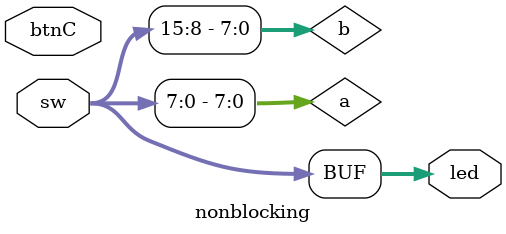
<source format=v>
module nonblocking(
input[15:0]sw,input btnC,
output [15:0]led
    );
    reg[7:0]a,b;
    always @ (btnC)
       begin
       a = sw[15:8];
       b = sw[7:0];
         a <= b;
         b <= a;
       end
assign led[15:8]=b[7:0];
       assign led[7:0]=a[7:0];
endmodule


</source>
